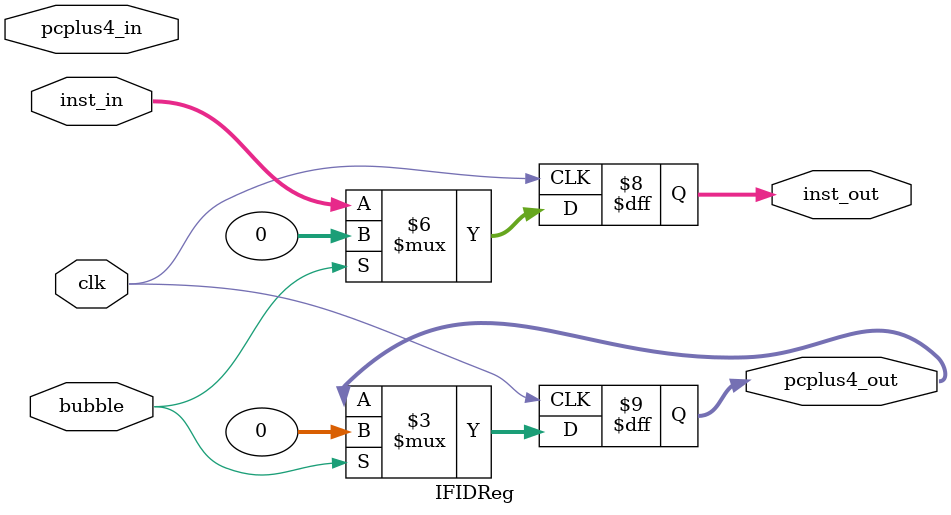
<source format=v>
module IFIDReg (
    input clk,
    input bubble,
    input [31:0] inst_in,
    output reg [31:0] inst_out,
    input [31:0] pcplus4_in,
    output reg [31:0] pcplus4_out);

    always @(posedge clk) begin
        if (bubble) begin
            inst_out <= 0;
            pcplus4_out <= 0; 
        end else begin
            inst_out <= inst_in;
            pcplus4_out <= pcplus4_out;
        end
    end

endmodule
</source>
